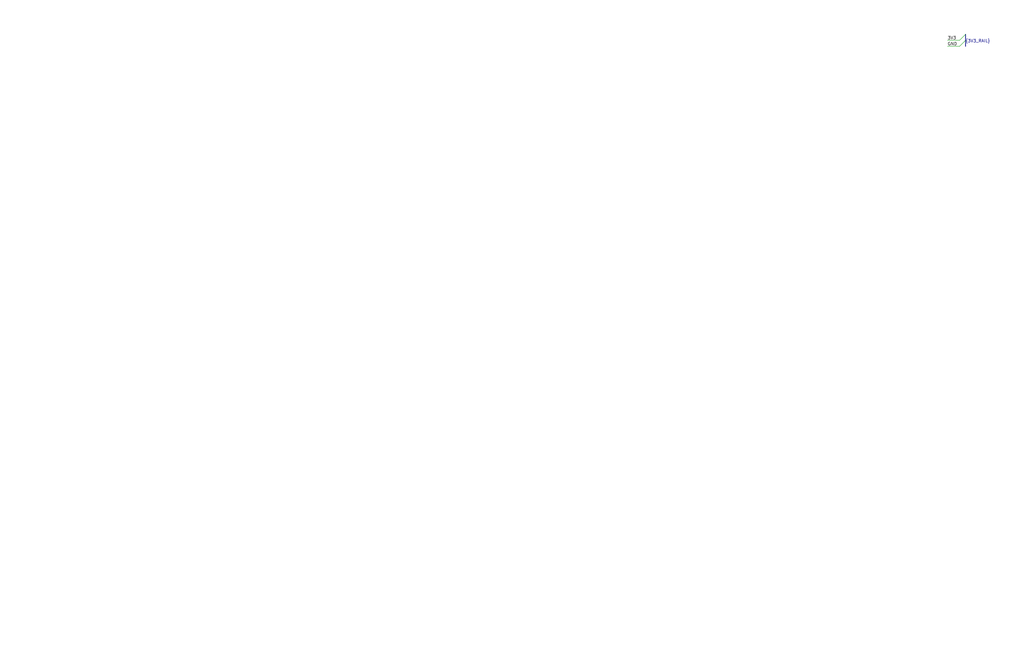
<source format=kicad_sch>
(kicad_sch (version 20230121) (generator eeschema)
  (paper "USLedger")
  (lib_symbols)
  (bus_entry (at 407.162 14.478) (size -2.54 2.54))
  (bus_entry (at 407.162 17.018) (size -2.54 2.54))
  (wire (pts (xy 399.542 17.018) (xy 404.622 17.018)))
  (wire (pts (xy 399.542 19.558) (xy 404.622 19.558)))
  (bus (pts (xy 407.162 14.478) (xy 407.162 17.018)))
  (bus (pts (xy 407.162 17.018) (xy 407.162 19.558)))
  (label "GND" (at 399.542 19.558 0))
  (label "3V3" (at 399.542 17.018 0))
  (label "{3V3_RAIL}" (at 407.162 18.288 0))
)
</source>
